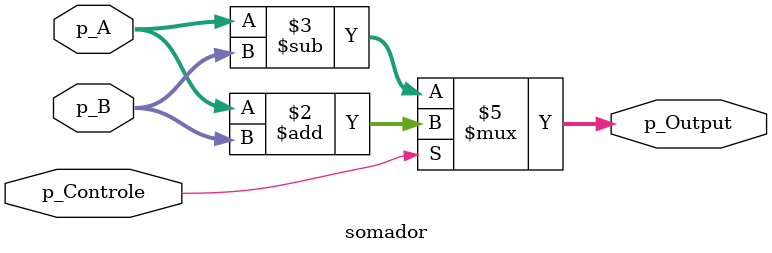
<source format=v>
module somador (p_A, p_B, p_Controle, p_Output);
    input p_Controle;
    input [15:0] p_A, p_B;
    output reg [15:0] p_Output;

    always@(p_A, p_B, p_Controle)
        if(p_Controle)
            p_Output = p_A + p_B;
        else
            p_Output = p_A - p_B;

endmodule
</source>
